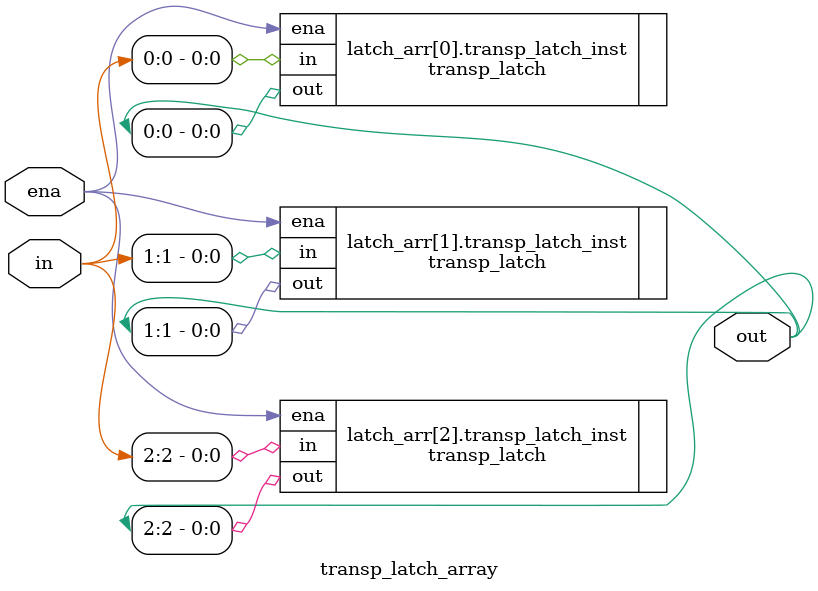
<source format=sv>
/*  
	D latch array
	
	***************************************************************************
	transp_latch_array
	#(
		.DWIDTH	()
	)
		transp_latch_array_inst
	(
		.in		(),	// i[DWIDTH - 1 : 0]
		.ena	(),	// i
		.out	()	// o[DWIDTH - 1 : 0]	
	);		
*/

module transp_latch_array
#(
	parameter DWIDTH = 3
)
(
	input  wire [DWIDTH - 1 : 0] 	in,	// i[DWIDTH - 1 : 0]
	input  wire 					ena,	// i
	output wire [DWIDTH - 1 : 0] 	out		// o[DWIDTH - 1 : 0]
);

	
	generate
		genvar i;
		for (i = 0; i < DWIDTH; i++) begin: latch_arr
			transp_latch
				transp_latch_inst
			(
				.in		(in[i]),	// i
				.ena	(ena),	// i
				.out	(out[i])	// o	
			);
		end
	endgenerate
	
	
endmodule
</source>
